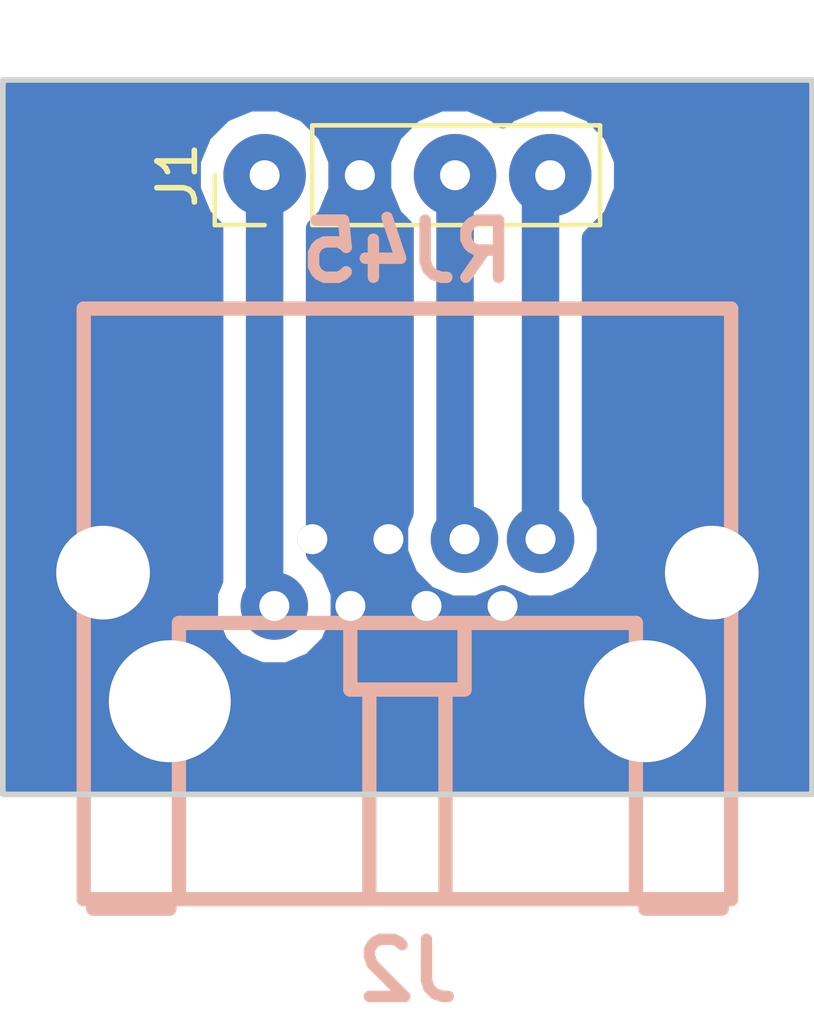
<source format=kicad_pcb>
(kicad_pcb (version 4) (host pcbnew 4.0.7-e2-6376~61~ubuntu18.04.1)

  (general
    (links 12)
    (no_connects 1)
    (area 142.164999 111.45738 163.905001 138.9856)
    (thickness 1.6)
    (drawings 4)
    (tracks 8)
    (zones 0)
    (modules 2)
    (nets 5)
  )

  (page A4)
  (layers
    (0 F.Cu signal)
    (31 B.Cu signal)
    (32 B.Adhes user)
    (33 F.Adhes user)
    (34 B.Paste user)
    (35 F.Paste user)
    (36 B.SilkS user)
    (37 F.SilkS user)
    (38 B.Mask user)
    (39 F.Mask user)
    (40 Dwgs.User user)
    (41 Cmts.User user)
    (42 Eco1.User user)
    (43 Eco2.User user)
    (44 Edge.Cuts user)
    (45 Margin user)
    (46 B.CrtYd user)
    (47 F.CrtYd user)
    (48 B.Fab user)
    (49 F.Fab user)
  )

  (setup
    (last_trace_width 1)
    (trace_clearance 0.2)
    (zone_clearance 0.6)
    (zone_45_only no)
    (trace_min 0.2)
    (segment_width 0.2)
    (edge_width 0.15)
    (via_size 0.9)
    (via_drill 0.8)
    (via_min_size 0.4)
    (via_min_drill 0.3)
    (uvia_size 0.3)
    (uvia_drill 0.1)
    (uvias_allowed no)
    (uvia_min_size 0.2)
    (uvia_min_drill 0.1)
    (pcb_text_width 0.3)
    (pcb_text_size 1.5 1.5)
    (mod_edge_width 0.15)
    (mod_text_size 1 1)
    (mod_text_width 0.15)
    (pad_size 0.8 0.8)
    (pad_drill 0.8)
    (pad_to_mask_clearance 0.2)
    (aux_axis_origin 142.24 132.715)
    (visible_elements FFFFFF7F)
    (pcbplotparams
      (layerselection 0x01000_80000000)
      (usegerberextensions false)
      (excludeedgelayer true)
      (linewidth 0.100000)
      (plotframeref false)
      (viasonmask false)
      (mode 1)
      (useauxorigin true)
      (hpglpennumber 1)
      (hpglpenspeed 20)
      (hpglpendiameter 15)
      (hpglpenoverlay 2)
      (psnegative false)
      (psa4output false)
      (plotreference true)
      (plotvalue true)
      (plotinvisibletext false)
      (padsonsilk false)
      (subtractmaskfromsilk false)
      (outputformat 1)
      (mirror false)
      (drillshape 0)
      (scaleselection 1)
      (outputdirectory gerber/))
  )

  (net 0 "")
  (net 1 +5V)
  (net 2 GND)
  (net 3 /irdata)
  (net 4 /led)

  (net_class Default "This is the default net class."
    (clearance 0.2)
    (trace_width 1)
    (via_dia 0.9)
    (via_drill 0.8)
    (uvia_dia 0.3)
    (uvia_drill 0.1)
    (add_net +5V)
    (add_net /irdata)
    (add_net /led)
    (add_net GND)
  )

  (module Pin_Headers:Pin_Header_Straight_1x04_Pitch2.54mm (layer F.Cu) (tedit 5AFFE06F) (tstamp 5B480922)
    (at 149.225 116.205 90)
    (descr "Through hole straight pin header, 1x04, 2.54mm pitch, single row")
    (tags "Through hole pin header THT 1x04 2.54mm single row")
    (path /5AFFDEAD)
    (fp_text reference J1 (at 0 -2.33 90) (layer F.SilkS)
      (effects (font (size 1 1) (thickness 0.15)))
    )
    (fp_text value Conn_01x04 (at 0 9.95 90) (layer F.Fab)
      (effects (font (size 1 1) (thickness 0.15)))
    )
    (fp_line (start -0.635 -1.27) (end 1.27 -1.27) (layer F.Fab) (width 0.1))
    (fp_line (start 1.27 -1.27) (end 1.27 8.89) (layer F.Fab) (width 0.1))
    (fp_line (start 1.27 8.89) (end -1.27 8.89) (layer F.Fab) (width 0.1))
    (fp_line (start -1.27 8.89) (end -1.27 -0.635) (layer F.Fab) (width 0.1))
    (fp_line (start -1.27 -0.635) (end -0.635 -1.27) (layer F.Fab) (width 0.1))
    (fp_line (start -1.33 8.95) (end 1.33 8.95) (layer F.SilkS) (width 0.12))
    (fp_line (start -1.33 1.27) (end -1.33 8.95) (layer F.SilkS) (width 0.12))
    (fp_line (start 1.33 1.27) (end 1.33 8.95) (layer F.SilkS) (width 0.12))
    (fp_line (start -1.33 1.27) (end 1.33 1.27) (layer F.SilkS) (width 0.12))
    (fp_line (start -1.33 0) (end -1.33 -1.33) (layer F.SilkS) (width 0.12))
    (fp_line (start -1.33 -1.33) (end 0 -1.33) (layer F.SilkS) (width 0.12))
    (fp_line (start -1.8 -1.8) (end -1.8 9.4) (layer F.CrtYd) (width 0.05))
    (fp_line (start -1.8 9.4) (end 1.8 9.4) (layer F.CrtYd) (width 0.05))
    (fp_line (start 1.8 9.4) (end 1.8 -1.8) (layer F.CrtYd) (width 0.05))
    (fp_line (start 1.8 -1.8) (end -1.8 -1.8) (layer F.CrtYd) (width 0.05))
    (fp_text user %R (at 0 3.81 180) (layer F.Fab)
      (effects (font (size 1 1) (thickness 0.15)))
    )
    (pad 1 thru_hole circle (at 0 0 90) (size 2.2 2.2) (drill 0.8) (layers *.Cu *.Mask)
      (net 1 +5V))
    (pad 2 thru_hole circle (at 0 2.54 90) (size 0.8 0.8) (drill 0.8) (layers *.Cu *.Mask)
      (net 2 GND))
    (pad 3 thru_hole circle (at 0 5.08 90) (size 2.2 2.2) (drill 0.8) (layers *.Cu *.Mask)
      (net 3 /irdata))
    (pad 4 thru_hole circle (at 0 7.62 90) (size 2.2 2.2) (drill 0.8) (layers *.Cu *.Mask)
      (net 4 /led))
    (model ${KISYS3DMOD}/Pin_Headers.3dshapes/Pin_Header_Straight_1x04_Pitch2.54mm.wrl
      (at (xyz 0 0 0))
      (scale (xyz 1 1 1))
      (rotate (xyz 0 0 0))
    )
  )

  (module kicad:rj45-seppel-small (layer B.Cu) (tedit 5AFFE059) (tstamp 5B480932)
    (at 153.035 127.635 180)
    (descr "RJ45 + led indicators, Tyco P/N 2-406549-7")
    (path /5AFFDE4C)
    (fp_text reference J2 (at 0 -9.779 180) (layer B.SilkS)
      (effects (font (thickness 0.3048)) (justify mirror))
    )
    (fp_text value RJ45 (at 0 9.398 180) (layer B.SilkS)
      (effects (font (thickness 0.3048)) (justify mirror))
    )
    (fp_line (start 6.35 -7.874) (end 6.35 -8.128) (layer B.SilkS) (width 0.381))
    (fp_line (start 6.35 -8.128) (end 8.382 -8.128) (layer B.SilkS) (width 0.381))
    (fp_line (start 8.382 -8.128) (end 8.382 -7.874) (layer B.SilkS) (width 0.381))
    (fp_line (start -8.382 -7.874) (end -8.382 -8.128) (layer B.SilkS) (width 0.381))
    (fp_line (start -8.382 -8.128) (end -6.35 -8.128) (layer B.SilkS) (width 0.381))
    (fp_line (start -6.35 -8.128) (end -6.35 -7.874) (layer B.SilkS) (width 0.381))
    (fp_line (start 1.524 -2.286) (end -1.524 -2.286) (layer B.SilkS) (width 0.381))
    (fp_line (start 1.016 -2.286) (end 1.016 -7.874) (layer B.SilkS) (width 0.381))
    (fp_line (start 1.524 -0.508) (end 1.524 -2.286) (layer B.SilkS) (width 0.381))
    (fp_line (start -1.524 -2.286) (end -1.524 -0.508) (layer B.SilkS) (width 0.381))
    (fp_line (start -1.016 -7.874) (end -1.016 -2.286) (layer B.SilkS) (width 0.381))
    (fp_line (start -6.096 -7.874) (end -6.096 -0.508) (layer B.SilkS) (width 0.381))
    (fp_line (start -6.096 -0.508) (end 6.096 -0.508) (layer B.SilkS) (width 0.381))
    (fp_line (start 6.096 -0.508) (end 6.096 -7.874) (layer B.SilkS) (width 0.381))
    (fp_line (start -8.636 -7.874) (end -8.636 7.874) (layer B.SilkS) (width 0.381))
    (fp_line (start -8.636 7.874) (end 8.636 7.874) (layer B.SilkS) (width 0.381))
    (fp_line (start 8.636 7.874) (end 8.636 -7.874) (layer B.SilkS) (width 0.381))
    (fp_line (start 8.636 -7.874) (end -8.636 -7.874) (layer B.SilkS) (width 0.381))
    (pad 3 thru_hole circle (at 1.52146 -0.05588 180) (size 0.8 0.8) (drill 0.8) (layers *.Cu *.Mask)
      (net 2 GND))
    (pad 1 thru_hole circle (at 3.55092 -0.05588 180) (size 1.8 1.8) (drill 0.8001) (layers *.Cu *.Mask)
      (net 1 +5V))
    (pad 2 thru_hole circle (at 2.53746 1.72466 180) (size 0.8 0.8) (drill 0.8) (layers *.Cu *.Mask)
      (net 2 GND))
    (pad 4 thru_hole circle (at 0.508 1.72466 180) (size 0.8 0.8) (drill 0.8) (layers *.Cu *.Mask)
      (net 2 GND))
    (pad 5 thru_hole circle (at -0.508 -0.05588 180) (size 0.8 0.8) (drill 0.8) (layers *.Cu *.Mask)
      (net 2 GND))
    (pad 6 thru_hole circle (at -1.52146 1.72466 180) (size 1.8 1.8) (drill 0.8001) (layers *.Cu *.Mask)
      (net 3 /irdata))
    (pad 7 thru_hole circle (at -2.53746 -0.05588 180) (size 0.8 0.8) (drill 0.8) (layers *.Cu *.Mask)
      (net 2 GND))
    (pad 8 thru_hole circle (at -3.55092 1.72466 180) (size 1.8 1.8) (drill 0.8) (layers *.Cu *.Mask)
      (net 4 /led))
    (pad 13 thru_hole circle (at -8.12038 0.83312 180) (size 2.49936 2.49936) (drill 2.49936) (layers *.Cu *.Mask)
      (net 2 GND))
    (pad 13 thru_hole circle (at 8.12038 0.83312 180) (size 2.49936 2.49936) (drill 2.49936) (layers *.Cu *.Mask)
      (net 2 GND))
    (pad "" thru_hole circle (at -6.33984 -2.59588 180) (size 3.2512 3.2512) (drill 3.2512) (layers *.Cu *.Mask)
      (net 2 GND))
    (pad "" thru_hole circle (at 6.33984 -2.59588 180) (size 3.2512 3.2512) (drill 3.2512) (layers *.Cu *.Mask)
      (net 2 GND))
  )

  (gr_line (start 142.24 132.715) (end 142.24 113.665) (angle 90) (layer Edge.Cuts) (width 0.15))
  (gr_line (start 163.83 132.715) (end 142.24 132.715) (angle 90) (layer Edge.Cuts) (width 0.15))
  (gr_line (start 163.83 113.665) (end 163.83 132.715) (angle 90) (layer Edge.Cuts) (width 0.15))
  (gr_line (start 142.24 113.665) (end 163.83 113.665) (angle 90) (layer Edge.Cuts) (width 0.15))

  (segment (start 149.225 116.205) (end 149.225 127.4318) (width 1) (layer B.Cu) (net 1) (status C00000))
  (segment (start 149.225 127.4318) (end 149.48408 127.69088) (width 1) (layer B.Cu) (net 1) (tstamp 5B480AA5) (status C00000))
  (segment (start 154.305 116.205) (end 154.305 125.65888) (width 1) (layer B.Cu) (net 3) (status C00000))
  (segment (start 154.305 125.65888) (end 154.55646 125.91034) (width 1) (layer B.Cu) (net 3) (tstamp 5B480AA8) (status C00000))
  (segment (start 154.55646 115.95354) (end 154.305 116.205) (width 1) (layer F.Cu) (net 3) (tstamp 5B480950) (status 30))
  (segment (start 156.58592 125.91034) (end 156.58592 116.46408) (width 1) (layer B.Cu) (net 4) (status C00000))
  (segment (start 156.58592 116.46408) (end 156.845 116.205) (width 1) (layer B.Cu) (net 4) (tstamp 5B480AAB) (status C00000))
  (segment (start 156.58592 125.47092) (end 156.845 125.73) (width 1) (layer F.Cu) (net 4) (tstamp 5B48094C) (status 30))

  (zone (net 2) (net_name GND) (layer B.Cu) (tstamp 5B480AAE) (hatch edge 0.508)
    (connect_pads yes (clearance 0.6))
    (min_thickness 0.554)
    (fill yes (arc_segments 16) (thermal_gap 0.508) (thermal_bridge_width 0.508))
    (polygon
      (pts
        (xy 142.24 132.715) (xy 163.83 132.715) (xy 163.83 113.665) (xy 142.24 113.665)
      )
    )
    (filled_polygon
      (pts
        (xy 163.553 132.438) (xy 142.517 132.438) (xy 142.517 116.596524) (xy 147.247657 116.596524) (xy 147.548003 117.323418)
        (xy 147.848 117.623939) (xy 147.848 126.997236) (xy 147.70739 127.335862) (xy 147.706773 128.042796) (xy 147.976735 128.696154)
        (xy 148.476176 129.196468) (xy 149.129062 129.46757) (xy 149.835996 129.468187) (xy 150.489354 129.198225) (xy 150.989668 128.698784)
        (xy 151.26077 128.045898) (xy 151.261387 127.338964) (xy 150.991425 126.685606) (xy 150.602 126.2955) (xy 150.602 117.623866)
        (xy 150.900042 117.326343) (xy 151.201656 116.599975) (xy 151.201659 116.596524) (xy 152.327657 116.596524) (xy 152.628003 117.323418)
        (xy 152.928 117.623939) (xy 152.928 125.198345) (xy 152.77977 125.555322) (xy 152.779153 126.262256) (xy 153.049115 126.915614)
        (xy 153.548556 127.415928) (xy 154.201442 127.68703) (xy 154.908376 127.687647) (xy 155.561734 127.417685) (xy 155.570768 127.408667)
        (xy 155.578016 127.415928) (xy 156.230902 127.68703) (xy 156.937836 127.687647) (xy 157.591194 127.417685) (xy 158.091508 126.918244)
        (xy 158.36261 126.265358) (xy 158.363227 125.558424) (xy 158.093265 124.905066) (xy 157.96292 124.774493) (xy 157.96292 117.882203)
        (xy 157.963418 117.881997) (xy 158.520042 117.326343) (xy 158.821656 116.599975) (xy 158.822343 115.813476) (xy 158.521997 115.086582)
        (xy 157.966343 114.529958) (xy 157.239975 114.228344) (xy 156.453476 114.227657) (xy 155.726582 114.528003) (xy 155.575223 114.679098)
        (xy 155.426343 114.529958) (xy 154.699975 114.228344) (xy 153.913476 114.227657) (xy 153.186582 114.528003) (xy 152.629958 115.083657)
        (xy 152.328344 115.810025) (xy 152.327657 116.596524) (xy 151.201659 116.596524) (xy 151.202343 115.813476) (xy 150.901997 115.086582)
        (xy 150.346343 114.529958) (xy 149.619975 114.228344) (xy 148.833476 114.227657) (xy 148.106582 114.528003) (xy 147.549958 115.083657)
        (xy 147.248344 115.810025) (xy 147.247657 116.596524) (xy 142.517 116.596524) (xy 142.517 113.942) (xy 163.553 113.942)
      )
    )
  )
)

</source>
